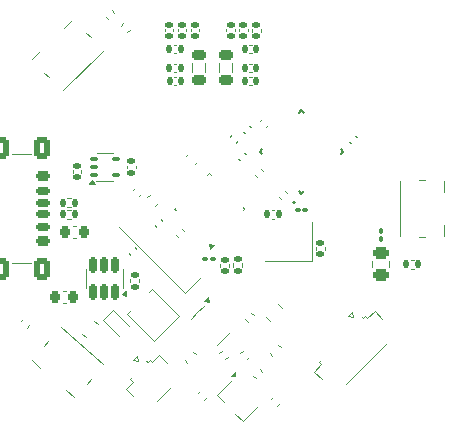
<source format=gbo>
%TF.GenerationSoftware,KiCad,Pcbnew,7.0.10-7.0.10~ubuntu22.04.1*%
%TF.CreationDate,2024-04-10T21:13:45+02:00*%
%TF.ProjectId,STM32_watch_NFC,53544d33-325f-4776-9174-63685f4e4643,rev?*%
%TF.SameCoordinates,Original*%
%TF.FileFunction,Legend,Bot*%
%TF.FilePolarity,Positive*%
%FSLAX46Y46*%
G04 Gerber Fmt 4.6, Leading zero omitted, Abs format (unit mm)*
G04 Created by KiCad (PCBNEW 7.0.10-7.0.10~ubuntu22.04.1) date 2024-04-10 21:13:45*
%MOMM*%
%LPD*%
G01*
G04 APERTURE LIST*
G04 Aperture macros list*
%AMRoundRect*
0 Rectangle with rounded corners*
0 $1 Rounding radius*
0 $2 $3 $4 $5 $6 $7 $8 $9 X,Y pos of 4 corners*
0 Add a 4 corners polygon primitive as box body*
4,1,4,$2,$3,$4,$5,$6,$7,$8,$9,$2,$3,0*
0 Add four circle primitives for the rounded corners*
1,1,$1+$1,$2,$3*
1,1,$1+$1,$4,$5*
1,1,$1+$1,$6,$7*
1,1,$1+$1,$8,$9*
0 Add four rect primitives between the rounded corners*
20,1,$1+$1,$2,$3,$4,$5,0*
20,1,$1+$1,$4,$5,$6,$7,0*
20,1,$1+$1,$6,$7,$8,$9,0*
20,1,$1+$1,$8,$9,$2,$3,0*%
%AMRotRect*
0 Rectangle, with rotation*
0 The origin of the aperture is its center*
0 $1 length*
0 $2 width*
0 $3 Rotation angle, in degrees counterclockwise*
0 Add horizontal line*
21,1,$1,$2,0,0,$3*%
%AMFreePoly0*
4,1,14,0.364320,0.111820,0.377500,0.080000,0.377501,0.053640,0.364318,0.021819,0.230680,-0.111820,0.198860,-0.125000,-0.332500,-0.125000,-0.364320,-0.111820,-0.377500,-0.080000,-0.377500,0.080000,-0.364320,0.111820,-0.332500,0.125000,0.332500,0.125000,0.364320,0.111820,0.364320,0.111820,$1*%
%AMFreePoly1*
4,1,14,0.230680,0.111820,0.364320,-0.021821,0.377500,-0.053642,0.377500,-0.080000,0.364320,-0.111820,0.332500,-0.125000,-0.332500,-0.125000,-0.364320,-0.111820,-0.377500,-0.080000,-0.377500,0.080000,-0.364320,0.111820,-0.332500,0.125000,0.198860,0.125000,0.230680,0.111820,0.230680,0.111820,$1*%
%AMFreePoly2*
4,1,14,0.111820,0.364320,0.125000,0.332500,0.125000,-0.332500,0.111820,-0.364320,0.080000,-0.377500,0.053640,-0.377501,0.021819,-0.364318,-0.111820,-0.230680,-0.125000,-0.198860,-0.125000,0.332500,-0.111820,0.364320,-0.080000,0.377500,0.080000,0.377500,0.111820,0.364320,0.111820,0.364320,$1*%
%AMFreePoly3*
4,1,14,0.111820,0.364320,0.125000,0.332500,0.125001,-0.198860,0.111818,-0.230680,-0.021820,-0.364320,-0.053640,-0.377500,-0.080000,-0.377500,-0.111820,-0.364320,-0.125000,-0.332500,-0.125000,0.332500,-0.111820,0.364320,-0.080000,0.377500,0.080000,0.377500,0.111820,0.364320,0.111820,0.364320,$1*%
%AMFreePoly4*
4,1,15,-0.198858,0.125000,0.332500,0.125000,0.364320,0.111820,0.377500,0.080000,0.377500,-0.080000,0.364320,-0.111820,0.332500,-0.125000,-0.332500,-0.125000,-0.364320,-0.111820,-0.377500,-0.080000,-0.377500,-0.053640,-0.364320,-0.021820,-0.230680,0.111820,-0.198860,0.125001,-0.198858,0.125000,-0.198858,0.125000,$1*%
%AMFreePoly5*
4,1,14,0.364320,0.111820,0.377500,0.080000,0.377500,-0.080000,0.364320,-0.111820,0.332500,-0.125000,-0.198860,-0.125001,-0.230680,-0.111818,-0.364320,0.021820,-0.377500,0.053640,-0.377500,0.080000,-0.364320,0.111820,-0.332500,0.125000,0.332500,0.125000,0.364320,0.111820,0.364320,0.111820,$1*%
%AMFreePoly6*
4,1,14,-0.021820,0.364320,0.111820,0.230679,0.125001,0.198860,0.125000,-0.332500,0.111820,-0.364320,0.080000,-0.377500,-0.080000,-0.377500,-0.111820,-0.364320,-0.125000,-0.332500,-0.125000,0.332500,-0.111820,0.364320,-0.080000,0.377500,-0.053640,0.377500,-0.021820,0.364320,-0.021820,0.364320,$1*%
%AMFreePoly7*
4,1,15,0.053642,0.377500,0.080000,0.377500,0.111820,0.364320,0.125000,0.332500,0.125000,-0.332500,0.111820,-0.364320,0.080000,-0.377500,-0.080000,-0.377500,-0.111820,-0.364320,-0.125000,-0.332500,-0.125000,0.198860,-0.111820,0.230680,0.021820,0.364320,0.053640,0.377501,0.053642,0.377500,0.053642,0.377500,$1*%
G04 Aperture macros list end*
%ADD10C,0.100000*%
%ADD11C,0.127000*%
%ADD12C,0.200000*%
%ADD13C,0.120000*%
%ADD14RoundRect,0.187500X0.618718X0.883883X-0.883883X-0.618718X-0.618718X-0.883883X0.883883X0.618718X0*%
%ADD15RoundRect,0.013920X-0.205061X-0.513473X0.513473X0.205061X0.205061X0.513473X-0.513473X-0.205061X0*%
%ADD16RoundRect,0.046400X0.205061X-0.467539X0.467539X-0.205061X-0.205061X0.467539X-0.467539X0.205061X0*%
%ADD17RoundRect,0.102000X0.000000X-2.474874X2.474874X0.000000X0.000000X2.474874X-2.474874X0.000000X0*%
%ADD18RoundRect,0.100000X-0.130000X-0.100000X0.130000X-0.100000X0.130000X0.100000X-0.130000X0.100000X0*%
%ADD19RoundRect,0.218750X0.381250X-0.218750X0.381250X0.218750X-0.381250X0.218750X-0.381250X-0.218750X0*%
%ADD20RoundRect,0.135000X0.226274X0.035355X0.035355X0.226274X-0.226274X-0.035355X-0.035355X-0.226274X0*%
%ADD21RoundRect,0.125000X-0.176777X0.353553X-0.353553X0.176777X0.176777X-0.353553X0.353553X-0.176777X0*%
%ADD22RoundRect,0.250000X-0.176777X0.671751X-0.671751X0.176777X0.176777X-0.671751X0.671751X-0.176777X0*%
%ADD23RoundRect,0.140000X0.140000X0.170000X-0.140000X0.170000X-0.140000X-0.170000X0.140000X-0.170000X0*%
%ADD24RoundRect,0.150000X0.150000X-0.512500X0.150000X0.512500X-0.150000X0.512500X-0.150000X-0.512500X0*%
%ADD25RoundRect,0.140000X-0.140000X-0.170000X0.140000X-0.170000X0.140000X0.170000X-0.140000X0.170000X0*%
%ADD26RoundRect,0.140000X-0.170000X0.140000X-0.170000X-0.140000X0.170000X-0.140000X0.170000X0.140000X0*%
%ADD27RoundRect,0.100000X0.162635X-0.021213X-0.021213X0.162635X-0.162635X0.021213X0.021213X-0.162635X0*%
%ADD28RotRect,1.550000X1.000000X44.000000*%
%ADD29RoundRect,0.140000X0.219203X0.021213X0.021213X0.219203X-0.219203X-0.021213X-0.021213X-0.219203X0*%
%ADD30RoundRect,0.135000X-0.226274X-0.035355X-0.035355X-0.226274X0.226274X0.035355X0.035355X0.226274X0*%
%ADD31RoundRect,0.225000X-0.225000X-0.250000X0.225000X-0.250000X0.225000X0.250000X-0.225000X0.250000X0*%
%ADD32RoundRect,0.250000X0.503814X0.132583X0.132583X0.503814X-0.503814X-0.132583X-0.132583X-0.503814X0*%
%ADD33RoundRect,0.225000X-0.335876X-0.017678X-0.017678X-0.335876X0.335876X0.017678X0.017678X0.335876X0*%
%ADD34RoundRect,0.135000X-0.185000X0.135000X-0.185000X-0.135000X0.185000X-0.135000X0.185000X0.135000X0*%
%ADD35RoundRect,0.140000X0.170000X-0.140000X0.170000X0.140000X-0.170000X0.140000X-0.170000X-0.140000X0*%
%ADD36RoundRect,0.225000X-0.017678X0.335876X-0.335876X0.017678X0.017678X-0.335876X0.335876X-0.017678X0*%
%ADD37RoundRect,0.140000X-0.219203X-0.021213X-0.021213X-0.219203X0.219203X0.021213X0.021213X0.219203X0*%
%ADD38FreePoly0,45.000000*%
%ADD39RoundRect,0.062500X-0.220971X-0.309359X0.309359X0.220971X0.220971X0.309359X-0.309359X-0.220971X0*%
%ADD40FreePoly1,45.000000*%
%ADD41FreePoly2,45.000000*%
%ADD42RoundRect,0.062500X0.220971X-0.309359X0.309359X-0.220971X-0.220971X0.309359X-0.309359X0.220971X0*%
%ADD43FreePoly3,45.000000*%
%ADD44FreePoly4,45.000000*%
%ADD45FreePoly5,45.000000*%
%ADD46FreePoly6,45.000000*%
%ADD47FreePoly7,45.000000*%
%ADD48RoundRect,0.218750X-0.381250X0.218750X-0.381250X-0.218750X0.381250X-0.218750X0.381250X0.218750X0*%
%ADD49RoundRect,0.175000X0.425000X-0.175000X0.425000X0.175000X-0.425000X0.175000X-0.425000X-0.175000X0*%
%ADD50RoundRect,0.190000X-0.410000X0.190000X-0.410000X-0.190000X0.410000X-0.190000X0.410000X0.190000X0*%
%ADD51RoundRect,0.200000X-0.400000X0.200000X-0.400000X-0.200000X0.400000X-0.200000X0.400000X0.200000X0*%
%ADD52RoundRect,0.175000X-0.425000X0.175000X-0.425000X-0.175000X0.425000X-0.175000X0.425000X0.175000X0*%
%ADD53RoundRect,0.190000X0.410000X-0.190000X0.410000X0.190000X-0.410000X0.190000X-0.410000X-0.190000X0*%
%ADD54RoundRect,0.200000X0.400000X-0.200000X0.400000X0.200000X-0.400000X0.200000X-0.400000X-0.200000X0*%
%ADD55RoundRect,0.250000X0.500000X-0.650000X0.500000X0.650000X-0.500000X0.650000X-0.500000X-0.650000X0*%
%ADD56RoundRect,0.250000X0.425000X-0.650000X0.425000X0.650000X-0.425000X0.650000X-0.425000X-0.650000X0*%
%ADD57RoundRect,0.140000X-0.021213X0.219203X-0.219203X0.021213X0.021213X-0.219203X0.219203X-0.021213X0*%
%ADD58RoundRect,0.100000X0.021213X0.162635X-0.162635X-0.021213X-0.021213X-0.162635X0.162635X0.021213X0*%
%ADD59RoundRect,0.135000X-0.035355X0.226274X-0.226274X0.035355X0.035355X-0.226274X0.226274X-0.035355X0*%
%ADD60RoundRect,0.135000X0.135000X0.185000X-0.135000X0.185000X-0.135000X-0.185000X0.135000X-0.185000X0*%
%ADD61RoundRect,0.135000X0.035355X-0.226274X0.226274X-0.035355X-0.035355X0.226274X-0.226274X0.035355X0*%
%ADD62RoundRect,0.100000X-0.021213X-0.162635X0.162635X0.021213X0.021213X0.162635X-0.162635X-0.021213X0*%
%ADD63RoundRect,0.250000X-0.450000X0.262500X-0.450000X-0.262500X0.450000X-0.262500X0.450000X0.262500X0*%
%ADD64RotRect,1.550000X1.000000X139.000000*%
%ADD65RoundRect,0.150000X0.256326X0.468458X-0.468458X-0.256326X-0.256326X-0.468458X0.468458X0.256326X0*%
%ADD66RoundRect,0.162500X0.201525X0.431335X-0.431335X-0.201525X-0.201525X-0.431335X0.431335X0.201525X0*%
%ADD67RoundRect,0.225000X0.225000X0.250000X-0.225000X0.250000X-0.225000X-0.250000X0.225000X-0.250000X0*%
%ADD68R,1.400000X1.200000*%
%ADD69RoundRect,0.225000X0.335876X0.017678X0.017678X0.335876X-0.335876X-0.017678X-0.017678X-0.335876X0*%
%ADD70RoundRect,0.100000X-0.163718X0.009817X0.032506X-0.160759X0.163718X-0.009817X-0.032506X0.160759X0*%
%ADD71RoundRect,0.100000X-0.162635X0.021213X0.021213X-0.162635X0.162635X-0.021213X-0.021213X0.162635X0*%
%ADD72RoundRect,0.250000X-0.493338X-0.167404X-0.097115X-0.511835X0.493338X0.167404X0.097115X0.511835X0*%
%ADD73RoundRect,0.135000X-0.135000X-0.185000X0.135000X-0.185000X0.135000X0.185000X-0.135000X0.185000X0*%
%ADD74R,1.000000X1.550000*%
%ADD75RoundRect,0.140000X0.021213X-0.219203X0.219203X-0.021213X-0.021213X0.219203X-0.219203X0.021213X0*%
%ADD76RoundRect,0.100000X-0.225000X-0.100000X0.225000X-0.100000X0.225000X0.100000X-0.225000X0.100000X0*%
%ADD77RotRect,1.200000X0.600000X135.000000*%
%ADD78RoundRect,0.150000X0.247487X0.035355X0.035355X0.247487X-0.247487X-0.035355X-0.035355X-0.247487X0*%
%ADD79RoundRect,0.218750X0.026517X-0.335876X0.335876X-0.026517X-0.026517X0.335876X-0.335876X0.026517X0*%
%ADD80RoundRect,0.100000X-0.100000X0.130000X-0.100000X-0.130000X0.100000X-0.130000X0.100000X0.130000X0*%
G04 APERTURE END LIST*
D10*
%TO.C,L1*%
X141532969Y-113929289D02*
X143795711Y-116192031D01*
X143795711Y-116192031D02*
X145917031Y-114070711D01*
X145917031Y-114070711D02*
X143654289Y-111807969D01*
X143654289Y-111807969D02*
X141532969Y-113929289D01*
D11*
%TO.C,U3*%
X156300000Y-103735534D02*
X156087868Y-103523402D01*
X156300000Y-103735534D02*
X156512132Y-103523402D01*
X152764466Y-100200000D02*
X152976598Y-100412132D01*
X152764466Y-100200000D02*
X152976598Y-99987868D01*
X159835534Y-100200000D02*
X159623402Y-100412132D01*
X159835534Y-100200000D02*
X159623402Y-99987868D01*
X156300000Y-96664466D02*
X156087868Y-96876598D01*
X156300000Y-96664466D02*
X156512132Y-96876598D01*
D12*
X155781282Y-104495674D02*
G75*
G03*
X155581282Y-104495674I-100000J0D01*
G01*
X155581282Y-104495674D02*
G75*
G03*
X155781282Y-104495674I100000J0D01*
G01*
D13*
%TO.C,L2*%
X149340000Y-93462122D02*
X149340000Y-92662878D01*
X150460000Y-93462122D02*
X150460000Y-92662878D01*
%TO.C,R9*%
X151739940Y-114577341D02*
X151522659Y-114360060D01*
X152277341Y-114039940D02*
X152060060Y-113822659D01*
%TO.C,Li-po1*%
X144902082Y-118059512D02*
X144265685Y-117423116D01*
X144265685Y-117423116D02*
X143664645Y-118024157D01*
X143664645Y-118024157D02*
X143452513Y-117812025D01*
X143452513Y-117812025D02*
X143275736Y-117988802D01*
X143275736Y-117988802D02*
X143176741Y-117889807D01*
X145290990Y-120103051D02*
X144103051Y-121290990D01*
X142389340Y-117470101D02*
X142462563Y-117896878D01*
X142462563Y-117896878D02*
X142035787Y-117823655D01*
X142035787Y-117823655D02*
X142389340Y-117470101D01*
X142024157Y-119664645D02*
X141812025Y-119452513D01*
X141812025Y-119452513D02*
X141988802Y-119275736D01*
X142059512Y-120902082D02*
X141423116Y-120265685D01*
X141423116Y-120265685D02*
X142024157Y-119664645D01*
%TO.C,C54*%
X152087836Y-93460000D02*
X151872164Y-93460000D01*
X152087836Y-92740000D02*
X151872164Y-92740000D01*
%TO.C,ME4055A1*%
X138040000Y-110900000D02*
X138040000Y-111700000D01*
X138040000Y-110900000D02*
X138040000Y-110100000D01*
X141160000Y-110900000D02*
X141160000Y-111700000D01*
X141160000Y-110900000D02*
X141160000Y-110100000D01*
X141440000Y-112440000D02*
X141110000Y-112200000D01*
X141440000Y-111960000D01*
X141440000Y-112440000D01*
G36*
X141440000Y-112440000D02*
G01*
X141110000Y-112200000D01*
X141440000Y-111960000D01*
X141440000Y-112440000D01*
G37*
%TO.C,C49*%
X153792164Y-105140000D02*
X154007836Y-105140000D01*
X153792164Y-105860000D02*
X154007836Y-105860000D01*
%TO.C,C10*%
X137660000Y-101772164D02*
X137660000Y-101987836D01*
X136940000Y-101772164D02*
X136940000Y-101987836D01*
%TO.C,SW3*%
X138453414Y-90495905D02*
X138071351Y-90100269D01*
X136239941Y-89679333D02*
X136905331Y-89036774D01*
X136094669Y-94963226D02*
X139475567Y-91698331D01*
X133524433Y-92301669D02*
X134189823Y-91659110D01*
X134928649Y-93899731D02*
X134546586Y-93504095D01*
%TO.C,C37*%
X152521693Y-102330810D02*
X152369190Y-102178307D01*
X153030810Y-101821693D02*
X152878307Y-101669190D01*
%TO.C,C35*%
X154561104Y-104170221D02*
X154408601Y-104017718D01*
X155070221Y-103661104D02*
X154917718Y-103508601D01*
%TO.C,R11*%
X140260060Y-88222659D02*
X140477341Y-88439940D01*
X139722659Y-88760060D02*
X139939940Y-88977341D01*
%TO.C,C24*%
X136959420Y-106490000D02*
X137240580Y-106490000D01*
X136959420Y-107510000D02*
X137240580Y-107510000D01*
%TO.C,C8*%
X141821693Y-108930810D02*
X141669190Y-108778307D01*
X142330810Y-108421693D02*
X142178307Y-108269190D01*
%TO.C,R8*%
X153640835Y-114480282D02*
X153319718Y-114159165D01*
X154680282Y-113440835D02*
X154359165Y-113119718D01*
%TO.C,C26*%
X147161219Y-117139970D02*
X147360030Y-117338781D01*
X146439970Y-117861219D02*
X146638781Y-118060030D01*
%TO.C,R3*%
X151280000Y-109646359D02*
X151280000Y-109953641D01*
X150520000Y-109646359D02*
X150520000Y-109953641D01*
%TO.C,C51*%
X146940000Y-90007836D02*
X146940000Y-89792164D01*
X147660000Y-90007836D02*
X147660000Y-89792164D01*
%TO.C,C4*%
X147460030Y-101061219D02*
X147261219Y-101260030D01*
X146738781Y-100339970D02*
X146539970Y-100538781D01*
%TO.C,C45*%
X151478307Y-100269190D02*
X151630810Y-100421693D01*
X150969190Y-100778307D02*
X151121693Y-100930810D01*
%TO.C,U1*%
X145516009Y-105000000D02*
X145675108Y-105159099D01*
X145675108Y-104840901D02*
X145516009Y-105000000D01*
X148340901Y-102175108D02*
X148500000Y-102016009D01*
X151324892Y-105159099D02*
X151483991Y-105000000D01*
X148500000Y-102016009D02*
X148659099Y-102175108D01*
X151483991Y-105000000D02*
X151324892Y-104840901D01*
X148888909Y-108061772D02*
X148549497Y-108401184D01*
X148485858Y-107998133D01*
X148888909Y-108061772D01*
G36*
X148888909Y-108061772D02*
G01*
X148549497Y-108401184D01*
X148485858Y-107998133D01*
X148888909Y-108061772D01*
G37*
%TO.C,L3*%
X148160000Y-92637878D02*
X148160000Y-93437122D01*
X147040000Y-92637878D02*
X147040000Y-93437122D01*
%TO.C,J2*%
X133392500Y-109600000D02*
X131762500Y-109600000D01*
X133392500Y-100400000D02*
X131762500Y-100400000D01*
%TO.C,C57*%
X145492164Y-91140000D02*
X145707836Y-91140000D01*
X145492164Y-91860000D02*
X145707836Y-91860000D01*
%TO.C,C52*%
X151872164Y-93840000D02*
X152087836Y-93840000D01*
X151872164Y-94560000D02*
X152087836Y-94560000D01*
%TO.C,C39*%
X153491399Y-97917718D02*
X153338896Y-98070221D01*
X152982282Y-97408601D02*
X152829779Y-97561104D01*
%TO.C,R1*%
X152439940Y-119377341D02*
X152222659Y-119160060D01*
X152977341Y-118839940D02*
X152760060Y-118622659D01*
%TO.C,C58*%
X144740000Y-90007836D02*
X144740000Y-89792164D01*
X145460000Y-90007836D02*
X145460000Y-89792164D01*
%TO.C,C48*%
X158260000Y-108292164D02*
X158260000Y-108507836D01*
X157540000Y-108292164D02*
X157540000Y-108507836D01*
%TO.C,R10*%
X141777341Y-89860060D02*
X141560060Y-90077341D01*
X141239940Y-89322659D02*
X141022659Y-89539940D01*
%TO.C,R15*%
X165853641Y-110080000D02*
X165546359Y-110080000D01*
X165853641Y-109320000D02*
X165546359Y-109320000D01*
%TO.C,R13*%
X132522659Y-114539940D02*
X132739940Y-114322659D01*
X133060060Y-115077341D02*
X133277341Y-114860060D01*
%TO.C,C46*%
X160482282Y-99491399D02*
X160329779Y-99338896D01*
X160991399Y-98982282D02*
X160838896Y-98829779D01*
%TO.C,C43*%
X151878307Y-97969190D02*
X152030810Y-98121693D01*
X151369190Y-98478307D02*
X151521693Y-98630810D01*
%TO.C,C9*%
X144021693Y-106530810D02*
X143869190Y-106378307D01*
X144530810Y-106021693D02*
X144378307Y-105869190D01*
%TO.C,C60*%
X151040000Y-90007836D02*
X151040000Y-89792164D01*
X151760000Y-90007836D02*
X151760000Y-89792164D01*
%TO.C,J1*%
X163133452Y-114328141D02*
X162497056Y-113691745D01*
X162497056Y-113691745D02*
X161896016Y-114292786D01*
X161896016Y-114292786D02*
X161683883Y-114080654D01*
X161683883Y-114080654D02*
X161507107Y-114257431D01*
X161507107Y-114257431D02*
X161408112Y-114158436D01*
X163522361Y-116371680D02*
X160071680Y-119822361D01*
X160620711Y-113738730D02*
X160693934Y-114165507D01*
X160693934Y-114165507D02*
X160267158Y-114092284D01*
X160267158Y-114092284D02*
X160620711Y-113738730D01*
X157992786Y-118196016D02*
X157780654Y-117983883D01*
X157780654Y-117983883D02*
X157957431Y-117807107D01*
X158028141Y-119433452D02*
X157391745Y-118797056D01*
X157391745Y-118797056D02*
X157992786Y-118196016D01*
%TO.C,R14*%
X163735000Y-109472936D02*
X163735000Y-109927064D01*
X162265000Y-109472936D02*
X162265000Y-109927064D01*
%TO.C,C6*%
X150160000Y-109692164D02*
X150160000Y-109907836D01*
X149440000Y-109692164D02*
X149440000Y-109907836D01*
%TO.C,SW1*%
X134831378Y-116185110D02*
X134470545Y-116600201D01*
X134210830Y-118461329D02*
X133512723Y-117854474D01*
X139487277Y-118145526D02*
X135940142Y-115062049D01*
X137059858Y-120937951D02*
X136361752Y-120331097D01*
X138529455Y-119399799D02*
X138168622Y-119814890D01*
%TO.C,U4*%
X149703087Y-116003087D02*
X150268772Y-115437401D01*
X149703087Y-116003087D02*
X149137401Y-116568772D01*
X147496913Y-113796913D02*
X148062599Y-113231228D01*
X147496913Y-113796913D02*
X146931228Y-114362599D01*
X148451508Y-112913030D02*
X148048457Y-112849390D01*
X148387868Y-112509979D01*
X148451508Y-112913030D01*
G36*
X148451508Y-112913030D02*
G01*
X148048457Y-112849390D01*
X148387868Y-112509979D01*
X148451508Y-112913030D01*
G37*
%TO.C,R17*%
X151122659Y-117239940D02*
X151339940Y-117022659D01*
X151660060Y-117777341D02*
X151877341Y-117560060D01*
%TO.C,Q1*%
X151349013Y-122985445D02*
X152657160Y-121677297D01*
X150719688Y-122356120D02*
X151349013Y-122985445D01*
X149132233Y-120789878D02*
X150440381Y-119481731D01*
X149132233Y-120789878D02*
X149761558Y-121419203D01*
X150709081Y-119198888D02*
X150306030Y-119135248D01*
X150645442Y-118795837D01*
X150709081Y-119198888D01*
G36*
X150709081Y-119198888D02*
G01*
X150306030Y-119135248D01*
X150645442Y-118795837D01*
X150709081Y-119198888D01*
G37*
%TO.C,C11*%
X142260000Y-101372164D02*
X142260000Y-101587836D01*
X141540000Y-101372164D02*
X141540000Y-101587836D01*
%TO.C,C55*%
X145727836Y-94560000D02*
X145512164Y-94560000D01*
X145727836Y-93840000D02*
X145512164Y-93840000D01*
%TO.C,C25*%
X136365580Y-112960000D02*
X136084420Y-112960000D01*
X136365580Y-111940000D02*
X136084420Y-111940000D01*
%TO.C,Y1*%
X157200000Y-109400000D02*
X153200000Y-109400000D01*
X157200000Y-106100000D02*
X157200000Y-109400000D01*
%TO.C,C27*%
X153838781Y-117460030D02*
X153639970Y-117261219D01*
X154560030Y-116738781D02*
X154361219Y-116539970D01*
%TO.C,C59*%
X152860000Y-89812164D02*
X152860000Y-90027836D01*
X152140000Y-89812164D02*
X152140000Y-90027836D01*
%TO.C,C5*%
X142710810Y-103778307D02*
X142558307Y-103930810D01*
X142201693Y-103269190D02*
X142049190Y-103421693D01*
%TO.C,C56*%
X145840000Y-90007836D02*
X145840000Y-89792164D01*
X146560000Y-90007836D02*
X146560000Y-89792164D01*
%TO.C,R6*%
X147522659Y-120639940D02*
X147739940Y-120422659D01*
X148060060Y-121177341D02*
X148277341Y-120960060D01*
%TO.C,R12*%
X138710836Y-114496321D02*
X139053571Y-114794256D01*
X137746429Y-115605744D02*
X138089164Y-115903679D01*
%TO.C,R5*%
X136753641Y-104880000D02*
X136446359Y-104880000D01*
X136753641Y-104120000D02*
X136446359Y-104120000D01*
%TO.C,C3*%
X146178307Y-106769190D02*
X146330810Y-106921693D01*
X145669190Y-107278307D02*
X145821693Y-107430810D01*
%TO.C,R4*%
X136446359Y-105120000D02*
X136753641Y-105120000D01*
X136446359Y-105880000D02*
X136753641Y-105880000D01*
%TO.C,R2*%
X154477341Y-121460060D02*
X154260060Y-121677341D01*
X153939940Y-120922659D02*
X153722659Y-121139940D01*
%TO.C,SW2*%
X166225000Y-107450000D02*
X166775000Y-107450000D01*
X168350000Y-106425000D02*
X168350000Y-107350000D01*
X164650000Y-102650000D02*
X164650000Y-107350000D01*
X168350000Y-102650000D02*
X168350000Y-103575000D01*
X166225000Y-102550000D02*
X166775000Y-102550000D01*
%TO.C,C61*%
X152107836Y-91860000D02*
X151892164Y-91860000D01*
X152107836Y-91140000D02*
X151892164Y-91140000D01*
%TO.C,C50*%
X149940000Y-90007836D02*
X149940000Y-89792164D01*
X150660000Y-90007836D02*
X150660000Y-89792164D01*
%TO.C,C41*%
X150229779Y-98961104D02*
X150382282Y-98808601D01*
X150738896Y-99470221D02*
X150891399Y-99317718D01*
%TO.C,U2*%
X138950000Y-102640000D02*
X140360000Y-102640000D01*
X138960000Y-100320000D02*
X140360000Y-100320000D01*
X138820000Y-102920000D02*
X138340000Y-102920000D01*
X138580000Y-102590000D01*
X138820000Y-102920000D01*
G36*
X138820000Y-102920000D02*
G01*
X138340000Y-102920000D01*
X138580000Y-102590000D01*
X138820000Y-102920000D01*
G37*
%TO.C,R7*%
X142580000Y-110946359D02*
X142580000Y-111253641D01*
X141820000Y-110946359D02*
X141820000Y-111253641D01*
%TO.C,Y2*%
X146475736Y-112155635D02*
X140889593Y-106569492D01*
X147819239Y-110812132D02*
X146475736Y-112155635D01*
%TO.C,D13*%
X139484781Y-114433310D02*
X140333310Y-113584781D01*
X141719239Y-114970711D02*
X140333310Y-113584781D01*
X140870711Y-115819239D02*
X139484781Y-114433310D01*
%TO.C,FB1*%
X143224273Y-104054478D02*
X143454478Y-103824273D01*
X143945522Y-104775727D02*
X144175727Y-104545522D01*
%TO.C,C53*%
X145492164Y-92740000D02*
X145707836Y-92740000D01*
X145492164Y-93460000D02*
X145707836Y-93460000D01*
%TO.C,R16*%
X149322659Y-117239940D02*
X149539940Y-117022659D01*
X149860060Y-117777341D02*
X150077341Y-117560060D01*
%TD*%
%LPC*%
D14*
%TO.C,L1*%
X144520495Y-114795495D03*
X142929505Y-113204505D03*
%TD*%
D15*
%TO.C,U3*%
X155815632Y-103159242D03*
X155462078Y-102805688D03*
X155108525Y-102452135D03*
X154754972Y-102098582D03*
X154401418Y-101745028D03*
X154047865Y-101391475D03*
X153694312Y-101037922D03*
X153340758Y-100684368D03*
D16*
X153340758Y-99715632D03*
X153694312Y-99362078D03*
X154047865Y-99008525D03*
X154401418Y-98654972D03*
X154754972Y-98301418D03*
X155108525Y-97947865D03*
X155462078Y-97594312D03*
X155815632Y-97240758D03*
D15*
X156784368Y-97240758D03*
X157137922Y-97594312D03*
X157491475Y-97947865D03*
X157845028Y-98301418D03*
X158198582Y-98654972D03*
X158552135Y-99008525D03*
X158905688Y-99362078D03*
X159259242Y-99715632D03*
D16*
X159259242Y-100684368D03*
X158905688Y-101037922D03*
X158552135Y-101391475D03*
X158198582Y-101745028D03*
X157845028Y-102098582D03*
X157491475Y-102452135D03*
X157137922Y-102805688D03*
X156784368Y-103159242D03*
D17*
X156300000Y-100200000D03*
%TD*%
D18*
%TO.C,C31*%
X155980000Y-105100000D03*
X156620000Y-105100000D03*
%TD*%
D19*
%TO.C,L2*%
X149900000Y-94125000D03*
X149900000Y-92000000D03*
%TD*%
D20*
%TO.C,R9*%
X152260624Y-114560624D03*
X151539376Y-113839376D03*
%TD*%
D21*
%TO.C,Li-po1*%
X143169670Y-118603984D03*
X142603984Y-119169670D03*
D22*
X145467767Y-119063604D03*
X143063604Y-121467767D03*
%TD*%
D23*
%TO.C,C54*%
X152460000Y-93100000D03*
X151500000Y-93100000D03*
%TD*%
D24*
%TO.C,ME4055A1*%
X140550000Y-112037500D03*
X139600000Y-112037500D03*
X138650000Y-112037500D03*
X138650000Y-109762500D03*
X139600000Y-109762500D03*
X140550000Y-109762500D03*
%TD*%
D25*
%TO.C,C49*%
X153420000Y-105500000D03*
X154380000Y-105500000D03*
%TD*%
D26*
%TO.C,C10*%
X137300000Y-101400000D03*
X137300000Y-102360000D03*
%TD*%
D27*
%TO.C,C1*%
X150326274Y-102226274D03*
X149873726Y-101773726D03*
%TD*%
D28*
%TO.C,SW3*%
X137797807Y-89565083D03*
X134021273Y-93212039D03*
X138978727Y-90787961D03*
X135202193Y-94434917D03*
%TD*%
D29*
%TO.C,C37*%
X153039411Y-102339411D03*
X152360589Y-101660589D03*
%TD*%
D18*
%TO.C,C2*%
X148180000Y-109250000D03*
X148820000Y-109250000D03*
%TD*%
D29*
%TO.C,C35*%
X155078822Y-104178822D03*
X154400000Y-103500000D03*
%TD*%
D30*
%TO.C,R11*%
X139739376Y-88239376D03*
X140460624Y-88960624D03*
%TD*%
D31*
%TO.C,C24*%
X136325000Y-107000000D03*
X137875000Y-107000000D03*
%TD*%
D29*
%TO.C,C8*%
X142339411Y-108939411D03*
X141660589Y-108260589D03*
%TD*%
D32*
%TO.C,R8*%
X154645235Y-114445235D03*
X153354765Y-113154765D03*
%TD*%
D33*
%TO.C,C26*%
X146351992Y-117051992D03*
X147448008Y-118148008D03*
%TD*%
D34*
%TO.C,R3*%
X150900000Y-109290000D03*
X150900000Y-110310000D03*
%TD*%
D35*
%TO.C,C51*%
X147300000Y-90380000D03*
X147300000Y-89420000D03*
%TD*%
D36*
%TO.C,C4*%
X147548008Y-100251992D03*
X146451992Y-101348008D03*
%TD*%
D37*
%TO.C,C45*%
X150960589Y-100260589D03*
X151639411Y-100939411D03*
%TD*%
D38*
%TO.C,U1*%
X148148214Y-107473106D03*
D39*
X147837087Y-107077126D03*
X147483534Y-106723573D03*
X147129981Y-106370019D03*
X146776427Y-106016466D03*
X146422874Y-105662913D03*
D40*
X146026894Y-105351786D03*
D41*
X146026894Y-104648214D03*
D42*
X146422874Y-104337087D03*
X146776427Y-103983534D03*
X147129981Y-103629981D03*
X147483534Y-103276427D03*
X147837087Y-102922874D03*
D43*
X148148214Y-102526894D03*
D44*
X148851786Y-102526894D03*
D39*
X149162913Y-102922874D03*
X149516466Y-103276427D03*
X149870019Y-103629981D03*
X150223573Y-103983534D03*
X150577126Y-104337087D03*
D45*
X150973106Y-104648214D03*
D46*
X150973106Y-105351786D03*
D42*
X150577126Y-105662913D03*
X150223573Y-106016466D03*
X149870019Y-106370019D03*
X149516466Y-106723573D03*
X149162913Y-107077126D03*
D47*
X148851786Y-107473106D03*
%TD*%
D48*
%TO.C,L3*%
X147600000Y-91975000D03*
X147600000Y-94100000D03*
%TD*%
D49*
%TO.C,J2*%
X134385000Y-105500000D03*
D50*
X134385000Y-103480000D03*
D51*
X134385000Y-102250000D03*
D52*
X134385000Y-104500000D03*
D53*
X134385000Y-106520000D03*
D54*
X134385000Y-107750000D03*
D55*
X130750000Y-110125000D03*
D56*
X134330000Y-110125000D03*
D55*
X130750000Y-99875000D03*
D56*
X134330000Y-99875000D03*
%TD*%
D25*
%TO.C,C57*%
X145120000Y-91500000D03*
X146080000Y-91500000D03*
%TD*%
%TO.C,C52*%
X151500000Y-94200000D03*
X152460000Y-94200000D03*
%TD*%
D57*
%TO.C,C39*%
X153500000Y-97400000D03*
X152821178Y-98078822D03*
%TD*%
D58*
%TO.C,C28*%
X142926274Y-88173726D03*
X142473726Y-88626274D03*
%TD*%
D20*
%TO.C,R1*%
X152960624Y-119360624D03*
X152239376Y-118639376D03*
%TD*%
D58*
%TO.C,C7*%
X148526274Y-111273726D03*
X148073726Y-111726274D03*
%TD*%
D35*
%TO.C,C58*%
X145100000Y-90380000D03*
X145100000Y-89420000D03*
%TD*%
D27*
%TO.C,C42*%
X150726274Y-96926274D03*
X150273726Y-96473726D03*
%TD*%
D26*
%TO.C,C48*%
X157900000Y-107920000D03*
X157900000Y-108880000D03*
%TD*%
D59*
%TO.C,R10*%
X141760624Y-89339376D03*
X141039376Y-90060624D03*
%TD*%
D60*
%TO.C,R15*%
X166210000Y-109700000D03*
X165190000Y-109700000D03*
%TD*%
D27*
%TO.C,C44*%
X150826274Y-101526274D03*
X150373726Y-101073726D03*
%TD*%
D61*
%TO.C,R13*%
X132539376Y-115060624D03*
X133260624Y-114339376D03*
%TD*%
D29*
%TO.C,C46*%
X161000000Y-99500000D03*
X160321178Y-98821178D03*
%TD*%
D37*
%TO.C,C43*%
X151360589Y-97960589D03*
X152039411Y-98639411D03*
%TD*%
D29*
%TO.C,C9*%
X144539411Y-106539411D03*
X143860589Y-105860589D03*
%TD*%
D35*
%TO.C,C60*%
X151400000Y-90380000D03*
X151400000Y-89420000D03*
%TD*%
D21*
%TO.C,J1*%
X161401041Y-114872614D03*
X160835355Y-115438299D03*
X160269670Y-116003984D03*
X159703984Y-116569670D03*
X159138299Y-117135355D03*
X158572614Y-117701041D03*
D22*
X163699138Y-115332233D03*
X159032233Y-119999138D03*
%TD*%
D62*
%TO.C,C38*%
X152173726Y-97426274D03*
X152626274Y-96973726D03*
%TD*%
D63*
%TO.C,R14*%
X163000000Y-108787500D03*
X163000000Y-110612500D03*
%TD*%
D26*
%TO.C,C6*%
X149800000Y-109320000D03*
X149800000Y-110280000D03*
%TD*%
D64*
%TO.C,SW1*%
X133961237Y-116919348D03*
X137923462Y-120363658D03*
X135076538Y-115636342D03*
X139038763Y-119080652D03*
%TD*%
D65*
%TO.C,U4*%
X148732583Y-113423915D03*
X149404334Y-114095666D03*
X150076085Y-114767417D03*
X148467417Y-116376085D03*
X147795666Y-115704334D03*
X147123915Y-115032583D03*
%TD*%
D61*
%TO.C,R17*%
X151139376Y-117760624D03*
X151860624Y-117039376D03*
%TD*%
D66*
%TO.C,Q1*%
X151154558Y-119601939D03*
X152498061Y-120945442D03*
X149973690Y-122126310D03*
%TD*%
D26*
%TO.C,C11*%
X141900000Y-101000000D03*
X141900000Y-101960000D03*
%TD*%
D23*
%TO.C,C55*%
X146100000Y-94200000D03*
X145140000Y-94200000D03*
%TD*%
D67*
%TO.C,C25*%
X137000000Y-112450000D03*
X135450000Y-112450000D03*
%TD*%
D68*
%TO.C,Y1*%
X156300000Y-108600000D03*
X154100000Y-108600000D03*
X154100000Y-106900000D03*
X156300000Y-106900000D03*
%TD*%
D58*
%TO.C,C40*%
X150026274Y-98273726D03*
X149573726Y-98726274D03*
%TD*%
D69*
%TO.C,C27*%
X154648008Y-117548008D03*
X153551992Y-116451992D03*
%TD*%
D70*
%TO.C,C29*%
X135913493Y-113790061D03*
X136396507Y-114209939D03*
%TD*%
D71*
%TO.C,C47*%
X161273726Y-98353726D03*
X161726274Y-98806274D03*
%TD*%
D26*
%TO.C,C59*%
X152500000Y-89440000D03*
X152500000Y-90400000D03*
%TD*%
D57*
%TO.C,C5*%
X142719411Y-103260589D03*
X142040589Y-103939411D03*
%TD*%
D71*
%TO.C,C34*%
X153573726Y-103973726D03*
X154026274Y-104426274D03*
%TD*%
%TO.C,C36*%
X151773726Y-102373726D03*
X152226274Y-102826274D03*
%TD*%
D35*
%TO.C,C56*%
X146200000Y-90380000D03*
X146200000Y-89420000D03*
%TD*%
D61*
%TO.C,R6*%
X147539376Y-121160624D03*
X148260624Y-120439376D03*
%TD*%
D72*
%TO.C,R12*%
X137711328Y-114601346D03*
X139088672Y-115798654D03*
%TD*%
D60*
%TO.C,R5*%
X137110000Y-104500000D03*
X136090000Y-104500000D03*
%TD*%
D37*
%TO.C,C3*%
X145660589Y-106760589D03*
X146339411Y-107439411D03*
%TD*%
D73*
%TO.C,R4*%
X136090000Y-105500000D03*
X137110000Y-105500000D03*
%TD*%
D59*
%TO.C,R2*%
X154460624Y-120939376D03*
X153739376Y-121660624D03*
%TD*%
D74*
%TO.C,SW2*%
X167350000Y-107625000D03*
X167350000Y-102375000D03*
X165650000Y-107625000D03*
X165650000Y-102375000D03*
%TD*%
D23*
%TO.C,C61*%
X152480000Y-91500000D03*
X151520000Y-91500000D03*
%TD*%
D35*
%TO.C,C50*%
X150300000Y-90380000D03*
X150300000Y-89420000D03*
%TD*%
D75*
%TO.C,C41*%
X150221178Y-99478822D03*
X150900000Y-98800000D03*
%TD*%
D76*
%TO.C,U2*%
X138710000Y-102130000D03*
X138710000Y-101480000D03*
X138710000Y-100830000D03*
X140610000Y-100830000D03*
X140610000Y-102130000D03*
%TD*%
D34*
%TO.C,R7*%
X142200000Y-110590000D03*
X142200000Y-111610000D03*
%TD*%
D77*
%TO.C,Y2*%
X146263604Y-111236396D03*
X141808832Y-106781624D03*
X142445228Y-106145228D03*
X146900000Y-110600000D03*
%TD*%
D78*
%TO.C,D13*%
X140305025Y-114405025D03*
X141294975Y-115394975D03*
%TD*%
D79*
%TO.C,FB1*%
X143143153Y-104856847D03*
X144256847Y-103743153D03*
%TD*%
D25*
%TO.C,C53*%
X145120000Y-93100000D03*
X146080000Y-93100000D03*
%TD*%
D80*
%TO.C,C30*%
X163000000Y-106925000D03*
X163000000Y-107565000D03*
%TD*%
D61*
%TO.C,R16*%
X149339376Y-117760624D03*
X150060624Y-117039376D03*
%TD*%
%LPD*%
M02*

</source>
